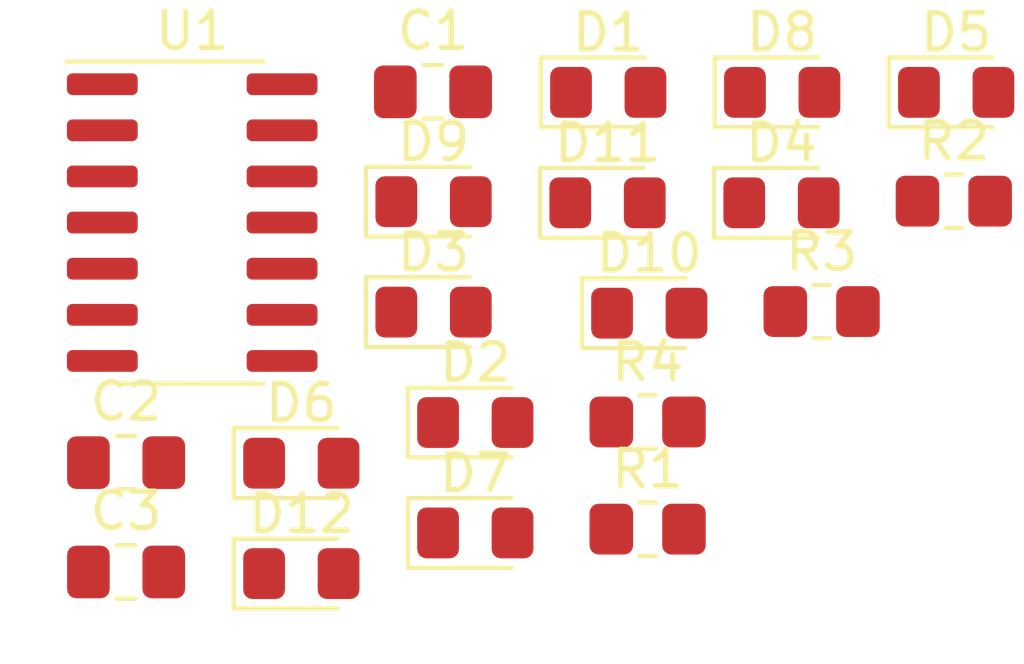
<source format=kicad_pcb>
(kicad_pcb (version 20211014) (generator pcbnew)
  (layers (0 "F.Cu" signal) (31 "B.Cu" signal) (34 "B.Paste" user) (35 "F.Paste" user) (36 "B.SilkS" user "B.Silkscreen") (37 "F.SilkS" user "F.Silkscreen") (38 "B.Mask" user) (39 "F.Mask" user) (44 "Edge.Cuts" user))
  (net 0 "")
  (net 1 "GND")
  (net 2 "Net-(C1-Pad2)")
  (net 3 "Net-(C2-Pad2)")
  (net 4 "VCC")
  (net 5 "PA5")
  (net 6 "PA6")
  (net 7 "PA4")
  (net 8 "PA1")
  (net 9 "Net-(R1-Pad1)")
  (net 10 "Net-(R2-Pad1)")
  (net 11 "Net-(R3-Pad1)")
  (net 12 "Net-(R4-Pad1)")
  (net 16 "UPDI")
  (net 17 "button")
  (footprint "Package_SO:SOIC-14_3.9x8.7mm_P1.27mm" (layer "F.Cu") (at 130.53 79.8)
    (fp_text reference "U1" (at 0 -5.28) (layer "F.SilkS"))
    (fp_text value "ATtiny414-SS")
    (fp_line (start 0 4.435) (end -1.95 4.435) (layer "F.SilkS") (width 0.12))
    (fp_line (start 0 4.435) (end 1.95 4.435) (layer "F.SilkS") (width 0.12))
    (fp_line (start 0 -4.435) (end -3.45 -4.435) (layer "F.SilkS") (width 0.12))
    (fp_line (start 0 -4.435) (end 1.95 -4.435) (layer "F.SilkS") (width 0.12))
    (pad "1" smd roundrect (at -2.475 -3.81) (size 1.95 0.6) (layers "F.Cu" "F.Paste" "F.Mask") (net 4 "VCC"))
    (pad "2" smd roundrect (at -2.475 -2.54) (size 1.95 0.6) (layers "F.Cu" "F.Paste" "F.Mask") (net 10 "Net-(R2-Pad1)"))
    (pad "3" smd roundrect (at -2.475 -1.27) (size 1.95 0.6) (layers "F.Cu" "F.Paste" "F.Mask") (net 11 "Net-(R3-Pad1)"))
    (pad "4" smd roundrect (at -2.475 0) (size 1.95 0.6) (layers "F.Cu" "F.Paste" "F.Mask") (net 12 "Net-(R4-Pad1)"))
    (pad "5" smd roundrect (at -2.475 1.27) (size 1.95 0.6) (layers "F.Cu" "F.Paste" "F.Mask"))
    (pad "6" smd roundrect (at -2.475 2.54) (size 1.95 0.6) (layers "F.Cu" "F.Paste" "F.Mask") (net 3 "Net-(C2-Pad2)"))
    (pad "7" smd roundrect (at -2.475 3.81) (size 1.95 0.6) (layers "F.Cu" "F.Paste" "F.Mask") (net 2 "Net-(C1-Pad2)"))
    (pad "8" smd roundrect (at 2.475 3.81) (size 1.95 0.6) (layers "F.Cu" "F.Paste" "F.Mask"))
    (pad "9" smd roundrect (at 2.475 2.54) (size 1.95 0.6) (layers "F.Cu" "F.Paste" "F.Mask"))
    (pad "10" smd roundrect (at 2.475 1.27) (size 1.95 0.6) (layers "F.Cu" "F.Paste" "F.Mask") (net 16 "UPDI"))
    (pad "11" smd roundrect (at 2.475 0) (size 1.95 0.6) (layers "F.Cu" "F.Paste" "F.Mask") (net 9 "Net-(R1-Pad1)"))
    (pad "12" smd roundrect (at 2.475 -1.27) (size 1.95 0.6) (layers "F.Cu" "F.Paste" "F.Mask") (net 17 "button"))
    (pad "13" smd roundrect (at 2.475 -2.54) (size 1.95 0.6) (layers "F.Cu" "F.Paste" "F.Mask"))
    (pad "14" smd roundrect (at 2.475 -3.81) (size 1.95 0.6) (layers "F.Cu" "F.Paste" "F.Mask") (net 1 "GND"))
  )
  (footprint "Resistor_SMD:R_0805_2012Metric_Pad1.20x1.40mm_HandSolder" (layer "F.Cu") (at 143.07 88.24)
    (fp_text reference "R1" (at 0 -1.65) (layer "F.SilkS"))
    (fp_text value "R")
    (fp_line (start -0.227064 -0.735) (end 0.227064 -0.735) (layer "F.SilkS") (width 0.12))
    (fp_line (start -0.227064 0.735) (end 0.227064 0.735) (layer "F.SilkS") (width 0.12))
    (pad "1" smd roundrect (at -1 0) (size 1.2 1.4) (layers "F.Cu" "F.Paste" "F.Mask") (roundrect_rratio 0.208333) (net 9 "Net-(R1-Pad1)"))
    (pad "2" smd roundrect (at 1 0) (size 1.2 1.4) (layers "F.Cu" "F.Paste" "F.Mask") (roundrect_rratio 0.208333) (net 8 "PA1"))
  )
  (footprint "LED_SMD:LED_0805_2012Metric_Pad1.15x1.40mm_HandSolder" (layer "F.Cu") (at 151.565 76.215)
    (fp_text reference "D5" (at 0 -1.65) (layer "F.SilkS"))
    (fp_text value "LED")
    (fp_line (start 1 -0.96) (end -1.86 -0.96) (layer "F.SilkS") (width 0.12))
    (fp_line (start -1.86 0.96) (end 1 0.96) (layer "F.SilkS") (width 0.12))
    (fp_line (start -1.86 -0.96) (end -1.86 0.96) (layer "F.SilkS") (width 0.12))
    (pad "1" smd roundrect (at -1.025 0) (size 1.15 1.4) (layers "F.Cu" "F.Paste" "F.Mask") (roundrect_rratio 0.217391) (net 8 "PA1"))
    (pad "2" smd roundrect (at 1.025 0) (size 1.15 1.4) (layers "F.Cu" "F.Paste" "F.Mask") (roundrect_rratio 0.217391) (net 6 "PA6"))
  )
  (footprint "LED_SMD:LED_0805_2012Metric_Pad1.15x1.40mm_HandSolder" (layer "F.Cu") (at 138.325 85.305)
    (fp_text reference "D2" (at 0 -1.65) (layer "F.SilkS"))
    (fp_text value "LED")
    (fp_line (start -1.86 0.96) (end 1 0.96) (layer "F.SilkS") (width 0.12))
    (fp_line (start 1 -0.96) (end -1.86 -0.96) (layer "F.SilkS") (width 0.12))
    (fp_line (start -1.86 -0.96) (end -1.86 0.96) (layer "F.SilkS") (width 0.12))
    (pad "1" smd roundrect (at -1.025 0) (size 1.15 1.4) (layers "F.Cu" "F.Paste" "F.Mask") (roundrect_rratio 0.217391) (net 6 "PA6"))
    (pad "2" smd roundrect (at 1.025 0) (size 1.15 1.4) (layers "F.Cu" "F.Paste" "F.Mask") (roundrect_rratio 0.217391) (net 5 "PA5"))
  )
  (footprint "LED_SMD:LED_0805_2012Metric_Pad1.15x1.40mm_HandSolder" (layer "F.Cu") (at 143.115 82.295)
    (fp_text reference "D10" (at 0 -1.65) (layer "F.SilkS"))
    (fp_text value "LED")
    (fp_line (start 1 -0.96) (end -1.86 -0.96) (layer "F.SilkS") (width 0.12))
    (fp_line (start -1.86 0.96) (end 1 0.96) (layer "F.SilkS") (width 0.12))
    (fp_line (start -1.86 -0.96) (end -1.86 0.96) (layer "F.SilkS") (width 0.12))
    (pad "1" smd roundrect (at -1.025 0) (size 1.15 1.4) (layers "F.Cu" "F.Paste" "F.Mask") (roundrect_rratio 0.217391) (net 7 "PA4"))
    (pad "2" smd roundrect (at 1.025 0) (size 1.15 1.4) (layers "F.Cu" "F.Paste" "F.Mask") (roundrect_rratio 0.217391) (net 5 "PA5"))
  )
  (footprint "LED_SMD:LED_0805_2012Metric_Pad1.15x1.40mm_HandSolder" (layer "F.Cu") (at 141.965 79.255)
    (fp_text reference "D11" (at 0 -1.65) (layer "F.SilkS"))
    (fp_text value "LED")
    (fp_line (start 1 -0.96) (end -1.86 -0.96) (layer "F.SilkS") (width 0.12))
    (fp_line (start -1.86 -0.96) (end -1.86 0.96) (layer "F.SilkS") (width 0.12))
    (fp_line (start -1.86 0.96) (end 1 0.96) (layer "F.SilkS") (width 0.12))
    (pad "1" smd roundrect (at -1.025 0) (size 1.15 1.4) (layers "F.Cu" "F.Paste" "F.Mask") (roundrect_rratio 0.217391) (net 5 "PA5"))
    (pad "2" smd roundrect (at 1.025 0) (size 1.15 1.4) (layers "F.Cu" "F.Paste" "F.Mask") (roundrect_rratio 0.217391) (net 7 "PA4"))
  )
  (footprint "LED_SMD:LED_0805_2012Metric_Pad1.15x1.40mm_HandSolder" (layer "F.Cu") (at 137.175 79.225)
    (fp_text reference "D9" (at 0 -1.65) (layer "F.SilkS"))
    (fp_text value "LED")
    (fp_line (start -1.86 -0.96) (end -1.86 0.96) (layer "F.SilkS") (width 0.12))
    (fp_line (start 1 -0.96) (end -1.86 -0.96) (layer "F.SilkS") (width 0.12))
    (fp_line (start -1.86 0.96) (end 1 0.96) (layer "F.SilkS") (width 0.12))
    (pad "1" smd roundrect (at -1.025 0) (size 1.15 1.4) (layers "F.Cu" "F.Paste" "F.Mask") (roundrect_rratio 0.217391) (net 6 "PA6"))
    (pad "2" smd roundrect (at 1.025 0) (size 1.15 1.4) (layers "F.Cu" "F.Paste" "F.Mask") (roundrect_rratio 0.217391) (net 7 "PA4"))
  )
  (footprint "Capacitor_SMD:C_0805_2012Metric_Pad1.18x1.45mm_HandSolder" (layer "F.Cu") (at 137.16 76.2)
    (fp_text reference "C1" (at 0 -1.68) (layer "F.SilkS"))
    (fp_text value "C")
    (fp_line (start -0.261252 0.735) (end 0.261252 0.735) (layer "F.SilkS") (width 0.12))
    (fp_line (start -0.261252 -0.735) (end 0.261252 -0.735) (layer "F.SilkS") (width 0.12))
    (pad "1" smd roundrect (at -1.0375 0) (size 1.175 1.45) (layers "F.Cu" "F.Paste" "F.Mask") (roundrect_rratio 0.212766) (net 1 "GND"))
    (pad "2" smd roundrect (at 1.0375 0) (size 1.175 1.45) (layers "F.Cu" "F.Paste" "F.Mask") (roundrect_rratio 0.212766) (net 2 "Net-(C1-Pad2)"))
  )
  (footprint "Capacitor_SMD:C_0805_2012Metric_Pad1.18x1.45mm_HandSolder" (layer "F.Cu") (at 128.71 86.41)
    (fp_text reference "C2" (at 0 -1.68) (layer "F.SilkS"))
    (fp_text value "C")
    (fp_line (start -0.261252 0.735) (end 0.261252 0.735) (layer "F.SilkS") (width 0.12))
    (fp_line (start -0.261252 -0.735) (end 0.261252 -0.735) (layer "F.SilkS") (width 0.12))
    (pad "1" smd roundrect (at -1.0375 0) (size 1.175 1.45) (layers "F.Cu" "F.Paste" "F.Mask") (roundrect_rratio 0.212766) (net 1 "GND"))
    (pad "2" smd roundrect (at 1.0375 0) (size 1.175 1.45) (layers "F.Cu" "F.Paste" "F.Mask") (roundrect_rratio 0.212766) (net 3 "Net-(C2-Pad2)"))
  )
  (footprint "LED_SMD:LED_0805_2012Metric_Pad1.15x1.40mm_HandSolder" (layer "F.Cu") (at 146.755 79.255)
    (fp_text reference "D4" (at 0 -1.65) (layer "F.SilkS"))
    (fp_text value "LED")
    (fp_line (start -1.86 0.96) (end 1 0.96) (layer "F.SilkS") (width 0.12))
    (fp_line (start 1 -0.96) (end -1.86 -0.96) (layer "F.SilkS") (width 0.12))
    (fp_line (start -1.86 -0.96) (end -1.86 0.96) (layer "F.SilkS") (width 0.12))
    (pad "1" smd roundrect (at -1.025 0) (size 1.15 1.4) (layers "F.Cu" "F.Paste" "F.Mask") (roundrect_rratio 0.217391) (net 6 "PA6"))
    (pad "2" smd roundrect (at 1.025 0) (size 1.15 1.4) (layers "F.Cu" "F.Paste" "F.Mask") (roundrect_rratio 0.217391) (net 8 "PA1"))
  )
  (footprint "LED_SMD:LED_0805_2012Metric_Pad1.15x1.40mm_HandSolder" (layer "F.Cu") (at 138.325 88.345)
    (fp_text reference "D7" (at 0 -1.65) (layer "F.SilkS"))
    (fp_text value "LED")
    (fp_line (start -1.86 -0.96) (end -1.86 0.96) (layer "F.SilkS") (width 0.12))
    (fp_line (start 1 -0.96) (end -1.86 -0.96) (layer "F.SilkS") (width 0.12))
    (fp_line (start -1.86 0.96) (end 1 0.96) (layer "F.SilkS") (width 0.12))
    (pad "1" smd roundrect (at -1.025 0) (size 1.15 1.4) (layers "F.Cu" "F.Paste" "F.Mask") (roundrect_rratio 0.217391) (net 8 "PA1"))
    (pad "2" smd roundrect (at 1.025 0) (size 1.15 1.4) (layers "F.Cu" "F.Paste" "F.Mask") (roundrect_rratio 0.217391) (net 7 "PA4"))
  )
  (footprint "LED_SMD:LED_0805_2012Metric_Pad1.15x1.40mm_HandSolder" (layer "F.Cu") (at 137.175 82.265)
    (fp_text reference "D3" (at 0 -1.65) (layer "F.SilkS"))
    (fp_text value "LED")
    (fp_line (start -1.86 0.96) (end 1 0.96) (layer "F.SilkS") (width 0.12))
    (fp_line (start -1.86 -0.96) (end -1.86 0.96) (layer "F.SilkS") (width 0.12))
    (fp_line (start 1 -0.96) (end -1.86 -0.96) (layer "F.SilkS") (width 0.12))
    (pad "1" smd roundrect (at -1.025 0) (size 1.15 1.4) (layers "F.Cu" "F.Paste" "F.Mask") (roundrect_rratio 0.217391) (net 7 "PA4"))
    (pad "2" smd roundrect (at 1.025 0) (size 1.15 1.4) (layers "F.Cu" "F.Paste" "F.Mask") (roundrect_rratio 0.217391) (net 6 "PA6"))
  )
  (footprint "Capacitor_SMD:C_0805_2012Metric_Pad1.18x1.45mm_HandSolder" (layer "F.Cu") (at 128.71 89.42)
    (fp_text reference "C3" (at 0 -1.68) (layer "F.SilkS"))
    (fp_text value "C")
    (fp_line (start -0.261252 0.735) (end 0.261252 0.735) (layer "F.SilkS") (width 0.12))
    (fp_line (start -0.261252 -0.735) (end 0.261252 -0.735) (layer "F.SilkS") (width 0.12))
    (pad "1" smd roundrect (at -1.0375 0) (size 1.175 1.45) (layers "F.Cu" "F.Paste" "F.Mask") (roundrect_rratio 0.212766) (net 1 "GND"))
    (pad "2" smd roundrect (at 1.0375 0) (size 1.175 1.45) (layers "F.Cu" "F.Paste" "F.Mask") (roundrect_rratio 0.212766) (net 4 "VCC"))
  )
  (footprint "Resistor_SMD:R_0805_2012Metric_Pad1.20x1.40mm_HandSolder" (layer "F.Cu") (at 143.07 85.29)
    (fp_text reference "R4" (at 0 -1.65) (layer "F.SilkS"))
    (fp_text value "R")
    (fp_line (start -0.227064 0.735) (end 0.227064 0.735) (layer "F.SilkS") (width 0.12))
    (fp_line (start -0.227064 -0.735) (end 0.227064 -0.735) (layer "F.SilkS") (width 0.12))
    (pad "1" smd roundrect (at -1 0) (size 1.2 1.4) (layers "F.Cu" "F.Paste" "F.Mask") (roundrect_rratio 0.208333) (net 12 "Net-(R4-Pad1)"))
    (pad "2" smd roundrect (at 1 0) (size 1.2 1.4) (layers "F.Cu" "F.Paste" "F.Mask") (roundrect_rratio 0.208333) (net 6 "PA6"))
  )
  (footprint "LED_SMD:LED_0805_2012Metric_Pad1.15x1.40mm_HandSolder" (layer "F.Cu") (at 146.775 76.215)
    (fp_text reference "D8" (at 0 -1.65) (layer "F.SilkS"))
    (fp_text value "LED")
    (fp_line (start 1 -0.96) (end -1.86 -0.96) (layer "F.SilkS") (width 0.12))
    (fp_line (start -1.86 0.96) (end 1 0.96) (layer "F.SilkS") (width 0.12))
    (fp_line (start -1.86 -0.96) (end -1.86 0.96) (layer "F.SilkS") (width 0.12))
    (pad "1" smd roundrect (at -1.025 0) (size 1.15 1.4) (layers "F.Cu" "F.Paste" "F.Mask") (roundrect_rratio 0.217391) (net 7 "PA4"))
    (pad "2" smd roundrect (at 1.025 0) (size 1.15 1.4) (layers "F.Cu" "F.Paste" "F.Mask") (roundrect_rratio 0.217391) (net 8 "PA1"))
  )
  (footprint "LED_SMD:LED_0805_2012Metric_Pad1.15x1.40mm_HandSolder" (layer "F.Cu") (at 141.985 76.215)
    (fp_text reference "D1" (at 0 -1.65) (layer "F.SilkS"))
    (fp_text value "LED")
    (fp_line (start -1.86 0.96) (end 1 0.96) (layer "F.SilkS") (width 0.12))
    (fp_line (start -1.86 -0.96) (end -1.86 0.96) (layer "F.SilkS") (width 0.12))
    (fp_line (start 1 -0.96) (end -1.86 -0.96) (layer "F.SilkS") (width 0.12))
    (pad "1" smd roundrect (at -1.025 0) (size 1.15 1.4) (layers "F.Cu" "F.Paste" "F.Mask") (roundrect_rratio 0.217391) (net 5 "PA5"))
    (pad "2" smd roundrect (at 1.025 0) (size 1.15 1.4) (layers "F.Cu" "F.Paste" "F.Mask") (roundrect_rratio 0.217391) (net 6 "PA6"))
  )
  (footprint "Resistor_SMD:R_0805_2012Metric_Pad1.20x1.40mm_HandSolder" (layer "F.Cu") (at 151.5 79.21)
    (fp_text reference "R2" (at 0 -1.65) (layer "F.SilkS"))
    (fp_text value "R")
    (fp_line (start -0.227064 -0.735) (end 0.227064 -0.735) (layer "F.SilkS") (width 0.12))
    (fp_line (start -0.227064 0.735) (end 0.227064 0.735) (layer "F.SilkS") (width 0.12))
    (pad "1" smd roundrect (at -1 0) (size 1.2 1.4) (layers "F.Cu" "F.Paste" "F.Mask") (roundrect_rratio 0.208333) (net 10 "Net-(R2-Pad1)"))
    (pad "2" smd roundrect (at 1 0) (size 1.2 1.4) (layers "F.Cu" "F.Paste" "F.Mask") (roundrect_rratio 0.208333) (net 7 "PA4"))
  )
  (footprint "LED_SMD:LED_0805_2012Metric_Pad1.15x1.40mm_HandSolder" (layer "F.Cu") (at 133.535 89.465)
    (fp_text reference "D12" (at 0 -1.65) (layer "F.SilkS"))
    (fp_text value "LED")
    (fp_line (start -1.86 -0.96) (end -1.86 0.96) (layer "F.SilkS") (width 0.12))
    (fp_line (start -1.86 0.96) (end 1 0.96) (layer "F.SilkS") (width 0.12))
    (fp_line (start 1 -0.96) (end -1.86 -0.96) (layer "F.SilkS") (width 0.12))
    (pad "1" smd roundrect (at -1.025 0) (size 1.15 1.4) (layers "F.Cu" "F.Paste" "F.Mask") (roundrect_rratio 0.217391) (net 8 "PA1"))
    (pad "2" smd roundrect (at 1.025 0) (size 1.15 1.4) (layers "F.Cu" "F.Paste" "F.Mask") (roundrect_rratio 0.217391) (net 5 "PA5"))
  )
  (footprint "Resistor_SMD:R_0805_2012Metric_Pad1.20x1.40mm_HandSolder" (layer "F.Cu") (at 147.86 82.25)
    (fp_text reference "R3" (at 0 -1.65) (layer "F.SilkS"))
    (fp_text value "R")
    (fp_line (start -0.227064 -0.735) (end 0.227064 -0.735) (layer "F.SilkS") (width 0.12))
    (fp_line (start -0.227064 0.735) (end 0.227064 0.735) (layer "F.SilkS") (width 0.12))
    (pad "1" smd roundrect (at -1 0) (size 1.2 1.4) (layers "F.Cu" "F.Paste" "F.Mask") (roundrect_rratio 0.208333) (net 11 "Net-(R3-Pad1)"))
    (pad "2" smd roundrect (at 1 0) (size 1.2 1.4) (layers "F.Cu" "F.Paste" "F.Mask") (roundrect_rratio 0.208333) (net 5 "PA5"))
  )
  (footprint "LED_SMD:LED_0805_2012Metric_Pad1.15x1.40mm_HandSolder" (layer "F.Cu") (at 133.535 86.425)
    (fp_text reference "D6" (at 0 -1.65) (layer "F.SilkS"))
    (fp_text value "LED")
    (fp_line (start 1 -0.96) (end -1.86 -0.96) (layer "F.SilkS") (width 0.12))
    (fp_line (start -1.86 0.96) (end 1 0.96) (layer "F.SilkS") (width 0.12))
    (fp_line (start -1.86 -0.96) (end -1.86 0.96) (layer "F.SilkS") (width 0.12))
    (pad "1" smd roundrect (at -1.025 0) (size 1.15 1.4) (layers "F.Cu" "F.Paste" "F.Mask") (roundrect_rratio 0.217391) (net 5 "PA5"))
    (pad "2" smd roundrect (at 1.025 0) (size 1.15 1.4) (layers "F.Cu" "F.Paste" "F.Mask") (roundrect_rratio 0.217391) (net 8 "PA1"))
  )
)
</source>
